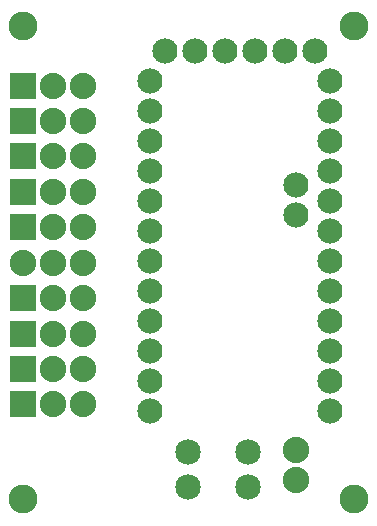
<source format=gbs>
G04 MADE WITH FRITZING*
G04 WWW.FRITZING.ORG*
G04 DOUBLE SIDED*
G04 HOLES PLATED*
G04 CONTOUR ON CENTER OF CONTOUR VECTOR*
%ASAXBY*%
%FSLAX23Y23*%
%MOIN*%
%OFA0B0*%
%SFA1.0B1.0*%
%ADD10C,0.084000*%
%ADD11C,0.088000*%
%ADD12C,0.085000*%
%ADD13C,0.096614*%
%ADD14R,0.088000X0.088000*%
%ADD15C,0.030000*%
%LNMASK0*%
G90*
G70*
G54D10*
X1074Y1598D03*
X974Y1598D03*
X874Y1598D03*
X774Y1598D03*
X674Y1598D03*
X574Y1598D03*
X1124Y1498D03*
X1124Y1398D03*
X1124Y1298D03*
X1124Y1198D03*
X1124Y1098D03*
X1009Y1153D03*
X1009Y1053D03*
X1124Y998D03*
X1124Y898D03*
X1124Y798D03*
X1124Y698D03*
X1124Y598D03*
X1124Y498D03*
X1124Y398D03*
X524Y398D03*
X524Y498D03*
X524Y598D03*
X524Y698D03*
X524Y798D03*
X524Y898D03*
X524Y998D03*
X524Y1098D03*
X524Y1198D03*
X524Y1298D03*
X524Y1398D03*
X524Y1498D03*
G54D11*
X102Y893D03*
X202Y893D03*
X302Y893D03*
X102Y1365D03*
X202Y1365D03*
X302Y1365D03*
X102Y1011D03*
X202Y1011D03*
X302Y1011D03*
X102Y1247D03*
X202Y1247D03*
X302Y1247D03*
X102Y656D03*
X202Y656D03*
X302Y656D03*
X102Y1129D03*
X202Y1129D03*
X302Y1129D03*
X102Y1483D03*
X202Y1483D03*
X302Y1483D03*
X102Y775D03*
X202Y775D03*
X302Y775D03*
X102Y538D03*
X202Y538D03*
X302Y538D03*
X102Y420D03*
X202Y420D03*
X302Y420D03*
G54D12*
X850Y145D03*
X650Y145D03*
X850Y263D03*
X650Y263D03*
G54D11*
X1009Y268D03*
X1009Y168D03*
G54D13*
X102Y1680D03*
X102Y105D03*
X1204Y1680D03*
X1204Y105D03*
G54D14*
X102Y1365D03*
X102Y1011D03*
X102Y1247D03*
X102Y656D03*
X102Y1129D03*
X102Y1483D03*
X102Y775D03*
X102Y538D03*
X102Y420D03*
G54D15*
G36*
X73Y922D02*
X131Y922D01*
X131Y864D01*
X73Y864D01*
X73Y922D01*
G37*
D02*
G04 End of Mask0*
M02*
</source>
